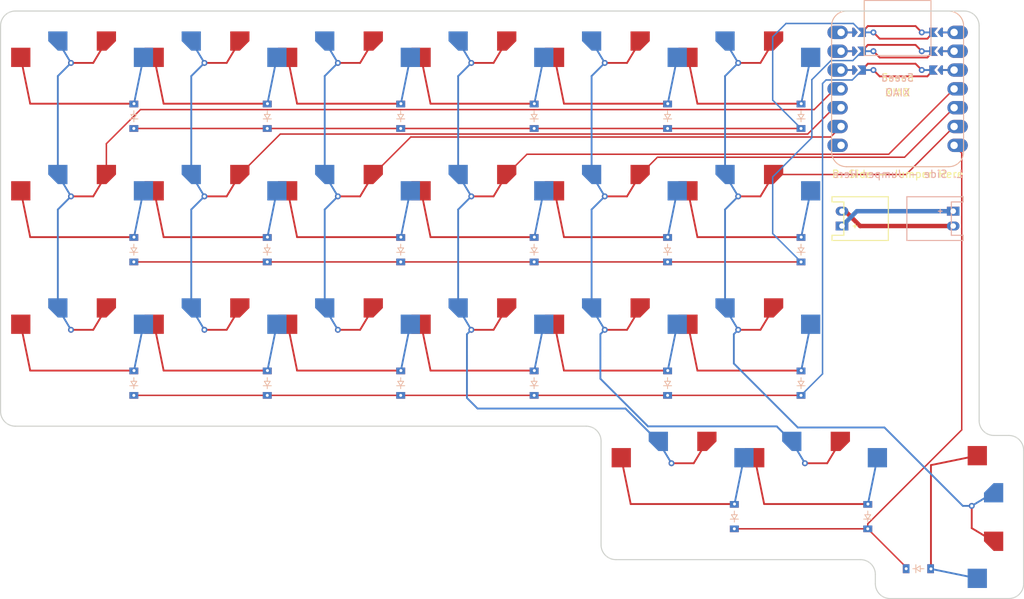
<source format=kicad_pcb>
(kicad_pcb (version 20221018) (generator pcbnew)
  (title_block (title "boardPcb") (rev "v1.0.0") (company "Unknown"))
  (layers (0 "F.Cu" signal) (31 "B.Cu" signal) (34 "B.Paste" user) (35 "F.Paste" user) (36 "B.SilkS" user "B.Silkscreen") (37 "F.SilkS" user "F.Silkscreen") (38 "B.Mask" user) (39 "F.Mask" user) (44 "Edge.Cuts" user))
  (net 0 "")
  (net 1 "P3")
  (net 2 "outer_bottom")
  (net 3 "outer_home")
  (net 4 "outer_top")
  (net 5 "P4")
  (net 6 "pinky_bottom")
  (net 7 "pinky_home")
  (net 8 "pinky_top")
  (net 9 "P5")
  (net 10 "ring_bottom")
  (net 11 "ring_home")
  (net 12 "ring_top")
  (net 13 "P10")
  (net 14 "middle_bottom")
  (net 15 "middle_home")
  (net 16 "middle_top")
  (net 17 "P9")
  (net 18 "index_bottom")
  (net 19 "index_home")
  (net 20 "index_top")
  (net 21 "P8")
  (net 22 "inner_bottom")
  (net 23 "inner_home")
  (net 24 "inner_top")
  (net 25 "near_thumb")
  (net 26 "home_thumb")
  (net 27 "far_thumb")
  (net 28 "P2")
  (net 29 "P1")
  (net 30 "P0")
  (net 31 "P7")
  (net 32 "P6")
  (net 33 "VCC")
  (net 34 "GND")
  (net 35 "V3")
  (net 36 "_1_0")
  (net 37 "_1_13")
  (net 38 "_1_1")
  (net 39 "_1_12")
  (net 40 "_1_2")
  (net 41 "_1_11")
  (net 42 "BPOS")
  (net 43 "BNEG")
  (footprint "ComboDiode" (layer "F.Cu") (at 60.975552 4.193342 90)
    (fp_text reference "D10" hide)
    (fp_text value "" hide)
  )
  (footprint "PG1350" (layer "F.Cu") (at 90 -36)
    (fp_text reference "S18" hide)
    (fp_text value "" hide)
  )
  (footprint "PG1350" (layer "F.Cu") (at 36 0)
    (fp_text reference "S7" hide)
    (fp_text value "" hide)
  )
  (footprint "ComboDiode" (layer "F.Cu") (at 42.975552 4.193342 90)
    (fp_text reference "D7" hide)
    (fp_text value "" hide)
  )
  (footprint "ComboDiode" (layer "F.Cu") (at 96.975552 4.193342 90)
    (fp_text reference "D16" hide)
    (fp_text value "" hide)
  )
  (footprint "PG1350" (layer "F.Cu") (at 54 0)
    (fp_text reference "S10" hide)
    (fp_text value "" hide)
  )
  (footprint "ComboDiode" (layer "F.Cu") (at 6.975552 -31.806658 90)
    (fp_text reference "D3" hide)
    (fp_text value "" hide)
  )
  (footprint "PG1350" (layer "F.Cu") (at 72 -36)
    (fp_text reference "S15" hide)
    (fp_text value "" hide)
  )
  (footprint "PG1350" (layer "F.Cu") (at 18 -18)
    (fp_text reference "S5" hide)
    (fp_text value "" hide)
  )
  (footprint "ComboDiode" (layer "F.Cu") (at 78.975552 -13.806658 90)
    (fp_text reference "D14" hide)
    (fp_text value "" hide)
  )
  (footprint "PG1350" (layer "F.Cu") (at 117 22.25 -90)
    (fp_text reference "S21" hide)
    (fp_text value "" hide)
  )
  (footprint "ComboDiode" (layer "F.Cu") (at 24.975552 -31.806658 90)
    (fp_text reference "D6" hide)
    (fp_text value "" hide)
  )
  (footprint "ComboDiode" (layer "F.Cu") (at 6.975552 4.193342 90)
    (fp_text reference "D1" hide)
    (fp_text value "" hide)
  )
  (footprint "PG1350" (layer "F.Cu") (at 0 0)
    (fp_text reference "S1" hide)
    (fp_text value "" hide)
  )
  (footprint "PG1350" (layer "F.Cu") (at 18 -36)
    (fp_text reference "S6" hide)
    (fp_text value "" hide)
  )
  (footprint "PG1350" (layer "F.Cu") (at 0 -36)
    (fp_text reference "S3" hide)
    (fp_text value "" hide)
  )
  (footprint "ComboDiode" (layer "F.Cu") (at 96.975552 -31.806658 90)
    (fp_text reference "D18" hide)
    (fp_text value "" hide)
  )
  (footprint "ComboDiode" (layer "F.Cu") (at 60.975552 -31.806658 90)
    (fp_text reference "D12" hide)
    (fp_text value "" hide)
  )
  (footprint "PG1350" (layer "F.Cu") (at 90 -18)
    (fp_text reference "S17" hide)
    (fp_text value "" hide)
  )
  (footprint "ComboDiode" (layer "F.Cu") (at 60.975552 -13.806658 90)
    (fp_text reference "D11" hide)
    (fp_text value "" hide)
  )
  (footprint "PG1350" (layer "F.Cu") (at 0 -18)
    (fp_text reference "S2" hide)
    (fp_text value "" hide)
  )
  (footprint "JST_PH_S2B-PH-K_02x2.00mm_Angled" (layer "F.Cu") (at 102.5 -18 90)
    (fp_text reference "JST1" hide)
    (fp_text value "" hide)
  )
  (footprint "ComboDiode" (layer "F.Cu") (at 78.975552 -31.806658 90)
    (fp_text reference "D15" hide)
    (fp_text value "" hide)
  )
  (footprint "PG1350" (layer "F.Cu") (at 72 0)
    (fp_text reference "S13" hide)
    (fp_text value "" hide)
  )
  (footprint "PG1350" (layer "F.Cu") (at 90 0)
    (fp_text reference "S16" hide)
    (fp_text value "" hide)
  )
  (footprint "ComboDiode" (layer "F.Cu") (at 24.975552 -13.806658 90)
    (fp_text reference "D5" hide)
    (fp_text value "" hide)
  )
  (footprint "ComboDiode" (layer "F.Cu") (at 42.975552 -13.806658 90)
    (fp_text reference "D8" hide)
    (fp_text value "" hide)
  )
  (footprint "PG1350" (layer "F.Cu") (at 81 18)
    (fp_text reference "S19" hide)
    (fp_text value "" hide)
  )
  (footprint "ComboDiode" (layer "F.Cu") (at 24.975552 4.193342 90)
    (fp_text reference "D4" hide)
    (fp_text value "" hide)
  )
  (footprint "PG1350" (layer "F.Cu") (at 54 -18)
    (fp_text reference "S11" hide)
    (fp_text value "" hide)
  )
  (footprint "PG1350" (layer "F.Cu") (at 54 -36)
    (fp_text reference "S12" hide)
    (fp_text value "" hide)
  )
  (footprint "PG1350" (layer "F.Cu") (at 36 -18)
    (fp_text reference "S8" hide)
    (fp_text value "" hide)
  )
  (footprint "ComboDiode" (layer "F.Cu") (at 105.975552 22.193342 90)
    (fp_text reference "D20" hide)
    (fp_text value "" hide)
  )
  (footprint "PG1350" (layer "F.Cu") (at 36 -36)
    (fp_text reference "S9" hide)
    (fp_text value "" hide)
  )
  (footprint "PG1350" (layer "F.Cu") (at 72 -18)
    (fp_text reference "S14" hide)
    (fp_text value "" hide)
  )
  (footprint "ComboDiode" (layer "F.Cu") (at 42.975552 -31.806658 90)
    (fp_text reference "D9" hide)
    (fp_text value "" hide)
  )
  (footprint "ComboDiode" (layer "F.Cu") (at 96.975552 -13.806658 90)
    (fp_text reference "D17" hide)
    (fp_text value "" hide)
  )
  (footprint "ComboDiode" (layer "F.Cu") (at 6.975552 -13.806658 90)
    (fp_text reference "D2" hide)
    (fp_text value "" hide)
  )
  (footprint "ComboDiode" (layer "F.Cu") (at 87.975552 22.193342 90)
    (fp_text reference "D19" hide)
    (fp_text value "" hide)
  )
  (footprint "PG1350" (layer "F.Cu") (at 99 18)
    (fp_text reference "S20" hide)
    (fp_text value "" hide)
  )
  (footprint "JST_PH_S2B-PH-K_02x2.00mm_Angled" (layer "F.Cu") (at 117.5 -18 -90)
    (fp_text reference "JST2" hide)
    (fp_text value "" hide)
  )
  (footprint "ComboDiode" (layer "F.Cu") (at 78.975552 4.193342 90)
    (fp_text reference "D13" hide)
    (fp_text value "" hide)
  )
  (footprint "xiao-ble-tht" (layer "F.Cu") (at 110 -35.5)
    (fp_text reference "")
    (fp_text value "")
  )
  (footprint "PG1350" (layer "F.Cu") (at 18 0)
    (fp_text reference "S4" hide)
    (fp_text value "" hide)
  )
  (footprint "ComboDiode" (layer "F.Cu") (at 112.806658 29.225552)
    (fp_text reference "D21" hide)
    (fp_text value "" hide)
  )
  (gr_line (start -11 8) (end -11 -44) (stroke (width 0.15)) (layer "Edge.Cuts"))
  (gr_arc (start 105 28) (mid 106.414214 28.585786) (end 107 30) (stroke (width 0.15)) (layer "Edge.Cuts"))
  (gr_line (start 127 13.25) (end 127 31.25) (stroke (width 0.15)) (layer "Edge.Cuts"))
  (gr_arc (start 119 -46) (mid 120.414214 -45.414214) (end 121 -44) (stroke (width 0.15)) (layer "Edge.Cuts"))
  (gr_arc (start 68 10) (mid 69.414214 10.585786) (end 70 12) (stroke (width 0.15)) (layer "Edge.Cuts"))
  (gr_line (start 68 10) (end -9 10) (stroke (width 0.15)) (layer "Edge.Cuts"))
  (gr_line (start 70 26) (end 70 12) (stroke (width 0.15)) (layer "Edge.Cuts"))
  (gr_arc (start 109 33.25) (mid 107.585786 32.664214) (end 107 31.25) (stroke (width 0.15)) (layer "Edge.Cuts"))
  (gr_arc (start -11 -44) (mid -10.414214 -45.414214) (end -9 -46) (stroke (width 0.15)) (layer "Edge.Cuts"))
  (gr_line (start 125 33.25) (end 109 33.25) (stroke (width 0.15)) (layer "Edge.Cuts"))
  (gr_line (start 123 11.25) (end 125 11.25) (stroke (width 0.15)) (layer "Edge.Cuts"))
  (gr_line (start 107 31.25) (end 107 30) (stroke (width 0.15)) (layer "Edge.Cuts"))
  (gr_arc (start 72 28) (mid 70.585786 27.414214) (end 70 26) (stroke (width 0.15)) (layer "Edge.Cuts"))
  (gr_line (start 121 -44) (end 121 9.25) (stroke (width 0.15)) (layer "Edge.Cuts"))
  (gr_arc (start -9 10) (mid -10.414214 9.414214) (end -11 8) (stroke (width 0.15)) (layer "Edge.Cuts"))
  (gr_line (start 105 28) (end 72 28) (stroke (width 0.15)) (layer "Edge.Cuts"))
  (gr_arc (start 127 31.25) (mid 126.414214 32.664214) (end 125 33.25) (stroke (width 0.15)) (layer "Edge.Cuts"))
  (gr_arc (start 125 11.25) (mid 126.414214 11.835786) (end 127 13.25) (stroke (width 0.15)) (layer "Edge.Cuts"))
  (gr_arc (start 123 11.25) (mid 121.585786 10.664214) (end 121 9.25) (stroke (width 0.15)) (layer "Edge.Cuts"))
  (gr_line (start -9 -46) (end 119 -46) (stroke (width 0.15)) (layer "Edge.Cuts"))
  (segment (start 3.27 -23.95) (end 1.5 -21) (width 0.25) (layer "F.Cu") (net 1))
  (segment (start 101.54 -35.5) (end 102.38 -35.5) (width 0.2) (layer "F.Cu") (net 1))
  (segment (start 7.875552 -32.706658) (end 98.746658 -32.706658) (width 0.2) (layer "F.Cu") (net 1))
  (segment (start 1.5 -39) (end -1.5 -39) (width 0.25) (layer "F.Cu") (net 1))
  (segment (start 98.746658 -32.706658) (end 101.54 -35.5) (width 0.2) (layer "F.Cu") (net 1))
  (segment (start 3.27 -5.95) (end 1.5 -3) (width 0.25) (layer "F.Cu") (net 1))
  (segment (start 3.27 -41.95) (end 1.5 -39) (width 0.25) (layer "F.Cu") (net 1))
  (segment (start 1.5 -21) (end -1.5 -21) (width 0.25) (layer "F.Cu") (net 1))
  (segment (start 1.5 -3) (end -1.5 -3) (width 0.25) (layer "F.Cu") (net 1))
  (segment (start 3.275 -28.106106) (end 7.875552 -32.706658) (width 0.2) (layer "F.Cu") (net 1))
  (segment (start 3.275 -23.95) (end 3.275 -28.106106) (width 0.2) (layer "F.Cu") (net 1))
  (segment (start -3.27 -41.95) (end -1.5 -39) (width 0.25) (layer "B.Cu") (net 1))
  (segment (start -1.5 -39) (end -3.275 -37.225) (width 0.25) (layer "B.Cu") (net 1))
  (segment (start -3.275 -37.225) (end -3.275 -23.95) (width 0.25) (layer "B.Cu") (net 1))
  (segment (start -1.5 -21) (end -3.275 -19.225) (width 0.25) (layer "B.Cu") (net 1))
  (segment (start -3.275 -19.225) (end -3.275 -5.95) (width 0.25) (layer "B.Cu") (net 1))
  (segment (start -3.27 -5.95) (end -1.5 -3) (width 0.25) (layer "B.Cu") (net 1))
  (segment (start -3.27 -23.95) (end -1.5 -21) (width 0.25) (layer "B.Cu") (net 1))
  (segment (start 7 2.5) (end -7 2.5) (width 0.25) (layer "F.Cu") (net 2))
  (segment (start -8.28 -3.75) (end -7 2.5) (width 0.25) (layer "F.Cu") (net 2))
  (segment (start 8.28 -3.75) (end 7 2.5) (width 0.25) (layer "B.Cu") (net 2))
  (segment (start -8.28 -21.75) (end -7 -15.5) (width 0.25) (layer "F.Cu") (net 3))
  (segment (start 7 -15.5) (end -7 -15.5) (width 0.25) (layer "F.Cu") (net 3))
  (segment (start 8.28 -21.75) (end 7 -15.5) (width 0.25) (layer "B.Cu") (net 3))
  (segment (start -8.28 -39.75) (end -7 -33.5) (width 0.25) (layer "F.Cu") (net 4))
  (segment (start 7 -33.5) (end -7 -33.5) (width 0.25) (layer "F.Cu") (net 4))
  (segment (start 8.28 -39.75) (end 7 -33.5) (width 0.25) (layer "B.Cu") (net 4))
  (segment (start 26.731658 -29.406658) (end 97.875552 -29.406658) (width 0.2) (layer "F.Cu") (net 5))
  (segment (start 21.27 -5.95) (end 19.5 -3) (width 0.25) (layer "F.Cu") (net 5))
  (segment (start 19.5 -39) (end 16.5 -39) (width 0.25) (layer "F.Cu") (net 5))
  (segment (start 97.875552 -29.406658) (end 101.428894 -32.96) (width 0.2) (layer "F.Cu") (net 5))
  (segment (start 21.275 -23.95) (end 26.731658 -29.406658) (width 0.2) (layer "F.Cu") (net 5))
  (segment (start 19.5 -21) (end 16.5 -21) (width 0.25) (layer "F.Cu") (net 5))
  (segment (start 21.27 -41.95) (end 19.5 -39) (width 0.25) (layer "F.Cu") (net 5))
  (segment (start 21.27 -23.95) (end 19.5 -21) (width 0.25) (layer "F.Cu") (net 5))
  (segment (start 19.5 -3) (end 16.5 -3) (width 0.25) (layer "F.Cu") (net 5))
  (segment (start 101.428894 -32.96) (end 102.38 -32.96) (width 0.2) (layer "F.Cu") (net 5))
  (segment (start 14.725 -19.225) (end 14.725 -5.95) (width 0.25) (layer "B.Cu") (net 5))
  (segment (start 16.5 -21) (end 14.725 -19.225) (width 0.25) (layer "B.Cu") (net 5))
  (segment (start 14.72 -41.95) (end 16.5 -39) (width 0.25) (layer "B.Cu") (net 5))
  (segment (start 16.5 -39) (end 14.725 -37.225) (width 0.25) (layer "B.Cu") (net 5))
  (segment (start 14.72 -5.95) (end 16.5 -3) (width 0.25) (layer "B.Cu") (net 5))
  (segment (start 14.725 -37.225) (end 14.725 -23.95) (width 0.25) (layer "B.Cu") (net 5))
  (segment (start 14.72 -23.95) (end 16.5 -21) (width 0.25) (layer "B.Cu") (net 5))
  (segment (start 9.72 -3.75) (end 11 2.5) (width 0.25) (layer "F.Cu") (net 6))
  (segment (start 25 2.5) (end 11 2.5) (width 0.25) (layer "F.Cu") (net 6))
  (segment (start 26.27 -3.75) (end 25 2.5) (width 0.25) (layer "B.Cu") (net 6))
  (segment (start 9.72 -21.75) (end 11 -15.5) (width 0.25) (layer "F.Cu") (net 7))
  (segment (start 25 -15.5) (end 11 -15.5) (width 0.25) (layer "F.Cu") (net 7))
  (segment (start 26.27 -21.75) (end 25 -15.5) (width 0.25) (layer "B.Cu") (net 7))
  (segment (start 9.72 -39.75) (end 11 -33.5) (width 0.25) (layer "F.Cu") (net 8))
  (segment (start 25 -33.5) (end 11 -33.5) (width 0.25) (layer "F.Cu") (net 8))
  (segment (start 26.27 -39.75) (end 25 -33.5) (width 0.25) (layer "B.Cu") (net 8))
  (segment (start 100.966658 -29.006658) (end 102.38 -30.42) (width 0.2) (layer "F.Cu") (net 9))
  (segment (start 39.27 -5.95) (end 37.5 -3) (width 0.25) (layer "F.Cu") (net 9))
  (segment (start 44.331658 -29.006658) (end 100.966658 -29.006658) (width 0.2) (layer "F.Cu") (net 9))
  (segment (start 37.5 -21) (end 34.5 -21) (width 0.25) (layer "F.Cu") (net 9))
  (segment (start 39.27 -23.95) (end 37.5 -21) (width 0.25) (layer "F.Cu") (net 9))
  (segment (start 39.27 -41.95) (end 37.5 -39) (width 0.25) (layer "F.Cu") (net 9))
  (segment (start 37.5 -3) (end 34.5 -3) (width 0.25) (layer "F.Cu") (net 9))
  (segment (start 39.275 -23.95) (end 44.331658 -29.006658) (width 0.2) (layer "F.Cu") (net 9))
  (segment (start 37.5 -39) (end 34.5 -39) (width 0.25) (layer "F.Cu") (net 9))
  (segment (start 32.73 -5.95) (end 34.5 -3) (width 0.25) (layer "B.Cu") (net 9))
  (segment (start 32.725 -37.225) (end 32.725 -23.95) (width 0.25) (layer "B.Cu") (net 9))
  (segment (start 32.73 -41.95) (end 34.5 -39) (width 0.25) (layer "B.Cu") (net 9))
  (segment (start 32.725 -19.225) (end 32.725 -5.95) (width 0.25) (layer "B.Cu") (net 9))
  (segment (start 32.73 -23.95) (end 34.5 -21) (width 0.25) (layer "B.Cu") (net 9))
  (segment (start 34.5 -39) (end 32.725 -37.225) (width 0.25) (layer "B.Cu") (net 9))
  (segment (start 34.5 -21) (end 32.725 -19.225) (width 0.25) (layer "B.Cu") (net 9))
  (segment (start 43 2.5) (end 29 2.5) (width 0.25) (layer "F.Cu") (net 10))
  (segment (start 27.73 -3.75) (end 29 2.5) (width 0.25) (layer "F.Cu") (net 10))
  (segment (start 44.27 -3.75) (end 43 2.5) (width 0.25) (layer "B.Cu") (net 10))
  (segment (start 43 -15.5) (end 29 -15.5) (width 0.25) (layer "F.Cu") (net 11))
  (segment (start 27.73 -21.75) (end 29 -15.5) (width 0.25) (layer "F.Cu") (net 11))
  (segment (start 44.27 -21.75) (end 43 -15.5) (width 0.25) (layer "B.Cu") (net 11))
  (segment (start 27.73 -39.75) (end 29 -33.5) (width 0.25) (layer "F.Cu") (net 12))
  (segment (start 43 -33.5) (end 29 -33.5) (width 0.25) (layer "F.Cu") (net 12))
  (segment (start 44.27 -39.75) (end 43 -33.5) (width 0.25) (layer "B.Cu") (net 12))
  (segment (start 82.5 15) (end 79.5 15) (width 0.25) (layer "F.Cu") (net 13))
  (segment (start 57.27 -5.95) (end 55.5 -3) (width 0.25) (layer "F.Cu") (net 13))
  (segment (start 55.5 -21) (end 52.5 -21) (width 0.25) (layer "F.Cu") (net 13))
  (segment (start 84.28 12.05) (end 82.5 15) (width 0.25) (layer "F.Cu") (net 13))
  (segment (start 57.27 -23.95) (end 55.5 -21) (width 0.25) (layer "F.Cu") (net 13))
  (segment (start 60.005 -26.68) (end 57.275 -23.95) (width 0.2) (layer "F.Cu") (net 13))
  (segment (start 117.62 -35.5) (end 108.8 -26.68) (width 0.2) (layer "F.Cu") (net 13))
  (segment (start 55.5 -3) (end 52.5 -3) (width 0.25) (layer "F.Cu") (net 13))
  (segment (start 57.27 -41.95) (end 55.5 -39) (width 0.25) (layer "F.Cu") (net 13))
  (segment (start 108.8 -26.68) (end 60.005 -26.68) (width 0.2) (layer "F.Cu") (net 13))
  (segment (start 55.5 -39) (end 52.5 -39) (width 0.25) (layer "F.Cu") (net 13))
  (segment (start 50.73 -41.95) (end 52.5 -39) (width 0.25) (layer "B.Cu") (net 13))
  (segment (start 50.725 -19.225) (end 50.725 -5.95) (width 0.25) (layer "B.Cu") (net 13))
  (segment (start 50.725 -37.225) (end 50.725 -23.95) (width 0.25) (layer "B.Cu") (net 13))
  (segment (start 51.9105 -2.4105) (end 51.9105 6.1905) (width 0.25) (layer "B.Cu") (net 13))
  (segment (start 50.73 -23.95) (end 52.5 -21) (width 0.25) (layer "B.Cu") (net 13))
  (segment (start 73.295 7.62) (end 77.725 12.05) (width 0.25) (layer "B.Cu") (net 13))
  (segment (start 77.72 12.05) (end 79.5 15) (width 0.25) (layer "B.Cu") (net 13))
  (segment (start 53.34 7.62) (end 73.295 7.62) (width 0.25) (layer "B.Cu") (net 13))
  (segment (start 52.5 -3) (end 51.9105 -2.4105) (width 0.25) (layer "B.Cu") (net 13))
  (segment (start 51.9105 6.1905) (end 53.34 7.62) (width 0.25) (layer "B.Cu") (net 13))
  (segment (start 52.5 -21) (end 50.725 -19.225) (width 0.25) (layer "B.Cu") (net 13))
  (segment (start 50.73 -5.95) (end 52.5 -3) (width 0.25) (layer "B.Cu") (net 13))
  (segment (start 52.5 -39) (end 50.725 -37.225) (width 0.25) (layer "B.Cu") (net 13))
  (segment (start 45.73 -3.75) (end 47 2.5) (width 0.25) (layer "F.Cu") (net 14))
  (segment (start 61 2.5) (end 47 2.5) (width 0.25) (layer "F.Cu") (net 14))
  (segment (start 62.27 -3.75) (end 61 2.5) (width 0.25) (layer "B.Cu") (net 14))
  (segment (start 45.73 -21.75) (end 47 -15.5) (width 0.25) (layer "F.Cu") (net 15))
  (segment (start 61 -15.5) (end 47 -15.5) (width 0.25) (layer "F.Cu") (net 15))
  (segment (start 62.27 -21.75) (end 61 -15.5) (width 0.25) (layer "B.Cu") (net 15))
  (segment (start 61 -33.5) (end 47 -33.5) (width 0.25) (layer "F.Cu") (net 16))
  (segment (start 45.73 -39.75) (end 47 -33.5) (width 0.25) (layer "F.Cu") (net 16))
  (segment (start 62.27 -39.75) (end 61 -33.5) (width 0.25) (layer "B.Cu") (net 16))
  (segment (start 73.5 -21) (end 70.5 -21) (width 0.25) (layer "F.Cu") (net 17))
  (segment (start 77.605 -26.28) (end 75.275 -23.95) (width 0.2) (layer "F.Cu") (net 17))
  (segment (start 75.28 -41.95) (end 73.5 -39) (width 0.25) (layer "F.Cu") (net 17))
  (segment (start 102.28 12.05) (end 100.5 15) (width 0.25) (layer "F.Cu") (net 17))
  (segment (start 100.5 15) (end 97.5 15) (width 0.25) (layer "F.Cu") (net 17))
  (segment (start 110.94 -26.28) (end 77.605 -26.28) (width 0.2) (layer "F.Cu") (net 17))
  (segment (start 73.5 -3) (end 70.5 -3) (width 0.25) (layer "F.Cu") (net 17))
  (segment (start 73.5 -39) (end 70.5 -39) (width 0.25) (layer "F.Cu") (net 17))
  (segment (start 75.28 -5.95) (end 73.5 -3) (width 0.25) (layer "F.Cu") (net 17))
  (segment (start 75.28 -23.95) (end 73.5 -21) (width 0.25) (layer "F.Cu") (net 17))
  (segment (start 117.62 -32.96) (end 110.94 -26.28) (width 0.2) (layer "F.Cu") (net 17))
  (segment (start 70.5 -3) (end 69.9105 -2.4105) (width 0.25) (layer "B.Cu") (net 17))
  (segment (start 69.9105 -2.4105) (end 69.9105 3.599104) (width 0.25) (layer "B.Cu") (net 17))
  (segment (start 70.5 -21) (end 68.725 -19.225) (width 0.25) (layer "B.Cu") (net 17))
  (segment (start 68.72 -23.95) (end 70.5 -21) (width 0.25) (layer "B.Cu") (net 17))
  (segment (start 69.9105 3.599104) (end 76.335698 10.024302) (width 0.25) (layer "B.Cu") (net 17))
  (segment (start 70.5 -39) (end 68.725 -37.225) (width 0.25) (layer "B.Cu") (net 17))
  (segment (start 76.335698 10.024302) (end 93.699302 10.024302) (width 0.25) (layer "B.Cu") (net 17))
  (segment (start 68.72 -5.95) (end 70.5 -3) (width 0.25) (layer "B.Cu") (net 17))
  (segment (start 68.725 -37.225) (end 68.725 -23.95) (width 0.25) (layer "B.Cu") (net 17))
  (segment (start 95.72 12.05) (end 97.5 15) (width 0.25) (layer "B.Cu") (net 17))
  (segment (start 68.725 -19.225) (end 68.725 -5.95) (width 0.25) (layer "B.Cu") (net 17))
  (segment (start 68.72 -41.95) (end 70.5 -39) (width 0.25) (layer "B.Cu") (net 17))
  (segment (start 93.699302 10.024302) (end 95.725 12.05) (width 0.25) (layer "B.Cu") (net 17))
  (segment (start 63.73 -3.75) (end 65 2.5) (width 0.25) (layer "F.Cu") (net 18))
  (segment (start 79 2.5) (end 65 2.5) (width 0.25) (layer "F.Cu") (net 18))
  (segment (start 80.28 -3.75) (end 79 2.5) (width 0.25) (layer "B.Cu") (net 18))
  (segment (start 63.73 -21.75) (end 65 -15.5) (width 0.25) (layer "F.Cu") (net 19))
  (segment (start 79 -15.5) (end 65 -15.5) (width 0.25) (layer "F.Cu") (net 19))
  (segment (start 80.28 -21.75) (end 79 -15.5) (width 0.25) (layer "B.Cu") (net 19))
  (segment (start 63.73 -39.75) (end 65 -33.5) (width 0.25) (layer "F.Cu") (net 20))
  (segment (start 79 -33.5) (end 65 -33.5) (width 0.25) (layer "F.Cu") (net 20))
  (segment (start 80.28 -39.75) (end 79 -33.5) (width 0.25) (layer "B.Cu") (net 20))
  (segment (start 120 23.75) (end 120 20.75) (width 0.25) (layer "F.Cu") (net 21))
  (segment (start 93.28 -5.95) (end 91.5 -3) (width 0.25) (layer "F.Cu") (net 21))
  (segment (start 93.28 -41.95) (end 91.5 -39) (width 0.25) (layer "F.Cu") (net 21))
  (segment (start 122.95 25.53) (end 120 23.75) (width 0.25) (layer "F.Cu") (net 21))
  (segment (start 93.28 -23.95) (end 91.5 -21) (width 0.25) (layer "F.Cu") (net 21))
  (segment (start 91.5 -21) (end 88.5 -21) (width 0.25) (layer "F.Cu") (net 21))
  (segment (start 111.15 -23.95) (end 93.275 -23.95) (width 0.2) (layer "F.Cu") (net 21))
  (segment (start 91.5 -3) (end 88.5 -3) (width 0.25) (layer "F.Cu") (net 21))
  (segment (start 91.5 -39) (end 88.5 -39) (width 0.25) (layer "F.Cu") (net 21))
  (segment (start 117.62 -30.42) (end 111.15 -23.95) (width 0.2) (layer "F.Cu") (net 21))
  (segment (start 86.72 -5.95) (end 88.5 -3) (width 0.25) (layer "B.Cu") (net 21))
  (segment (start 86.72 -23.95) (end 88.5 -21) (width 0.25) (layer "B.Cu") (net 21))
  (segment (start 88.5 -39) (end 86.725 -37.225) (width 0.25) (layer "B.Cu") (net 21))
  (segment (start 108.22335 10.175) (end 118.79835 20.75) (width 0.25) (layer "B.Cu") (net 21))
  (segment (start 96.535 10.175) (end 108.22335 10.175) (width 0.25) (layer "B.Cu") (net 21))
  (segment (start 87.9105 -2.4105) (end 87.9105 1.5505) (width 0.25) (layer "B.Cu") (net 21))
  (segment (start 88.5 -3) (end 87.9105 -2.4105) (width 0.25) (layer "B.Cu") (net 21))
  (segment (start 118.79835 20.75) (end 120 20.75) (width 0.25) (layer "B.Cu") (net 21))
  (segment (start 86.725 -19.225) (end 86.725 -5.95) (width 0.25) (layer "B.Cu") (net 21))
  (segment (start 122.95 18.97) (end 120 20.75) (width 0.25) (layer "B.Cu") (net 21))
  (segment (start 87.9105 1.5505) (end 96.535 10.175) (width 0.25) (layer "B.Cu") (net 21))
  (segment (start 86.72 -41.95) (end 88.5 -39) (width 0.25) (layer "B.Cu") (net 21))
  (segment (start 86.725 -37.225) (end 86.725 -23.95) (width 0.25) (layer "B.Cu") (net 21))
  (segment (start 88.5 -21) (end 86.725 -19.225) (width 0.25) (layer "B.Cu") (net 21))
  (segment (start 81.72 -3.75) (end 83 2.5) (width 0.25) (layer "F.Cu") (net 22))
  (segment (start 97 2.5) (end 83 2.5) (width 0.25) (layer "F.Cu") (net 22))
  (segment (start 98.28 -3.75) (end 97 2.5) (width 0.25) (layer "B.Cu") (net 22))
  (segment (start 81.72 -21.75) (end 83 -15.5) (width 0.25) (layer "F.Cu") (net 23))
  (segment (start 97 -15.5) (end 83 -15.5) (width 0.25) (layer "F.Cu") (net 23))
  (segment (start 98.28 -21.75) (end 97 -15.5) (width 0.25) (layer "B.Cu") (net 23))
  (segment (start 81.72 -39.75) (end 83 -33.5) (width 0.25) (layer "F.Cu") (net 24))
  (segment (start 97 -33.5) (end 83 -33.5) (width 0.25) (layer "F.Cu") (net 24))
  (segment (start 98.28 -39.75) (end 97 -33.5) (width 0.25) (layer "B.Cu") (net 24))
  (segment (start 88 20.5) (end 74 20.5) (width 0.25) (layer "F.Cu") (net 25))
  (segment (start 72.72 14.25) (end 74 20.5) (width 0.25) (layer "F.Cu") (net 25))
  (segment (start 89.28 14.25) (end 88 20.5) (width 0.25) (layer "B.Cu") (net 25))
  (segment (start 106 20.5) (end 92 20.5) (width 0.25) (layer "F.Cu") (net 26))
  (segment (start 90.72 14.25) (end 92 20.5) (width 0.25) (layer "F.Cu") (net 26))
  (segment (start 107.28 14.25) (end 106 20.5) (width 0.25) (layer "B.Cu") (net 26))
  (segment (start 120.75 13.97) (end 114.5 15.25) (width 0.25) (layer "F.Cu") (net 27))
  (segment (start 114.5 29.25) (end 114.5 15.25) (width 0.25) (layer "F.Cu") (net 27))
  (segment (start 120.75 30.53) (end 114.5 29.25) (width 0.25) (layer "B.Cu") (net 27))
  (segment (start 42.975552 5.843342) (end 60.975552 5.843342) (width 0.2) (layer "F.Cu") (net 28))
  (segment (start 114.78 -38.04) (end 114.02 -37.19) (width 0.25) (layer "F.Cu") (net 28))
  (segment (start 60.975552 5.843342) (end 78.975552 5.843342) (width 0.2) (layer "F.Cu") (net 28))
  (segment (start 114.02 -37.19) (end 107.58 -37.19) (width 0.25) (layer "F.Cu") (net 28))
  (segment (start 107.58 -37.19) (end 106.74 -38.04) (width 0.25) (layer "F.Cu") (net 28))
  (segment (start 78.975552 5.843342) (end 96.975552 5.843342) (width 0.2) (layer "F.Cu") (net 28))
  (segment (start 6.975552 5.843342) (end 24.975552 5.843342) (width 0.2) (layer "F.Cu") (net 28))
  (segment (start 24.975552 5.843342) (end 42.975552 5.843342) (width 0.2) (layer "F.Cu") (net 28))
  (segment (start 105.225 -38.04) (end 103.885 -36.7) (width 0.2) (layer "B.Cu") (net 28))
  (segment (start 99.875 -36.223004) (end 99.875 2.943894) (width 0.2) (layer "B.Cu") (net 28))
  (segment (start 100.351996 -36.7) (end 99.875 -36.223004) (width 0.2) (layer "B.Cu") (net 28))
  (segment (start 103.885 -36.7) (end 100.351996 -36.7) (width 0.2) (layer "B.Cu") (net 28))
  (segment (start 99.875 2.943894) (end 96.975552 5.843342) (width 0.2) (layer "B.Cu") (net 28))
  (segment (start 105.22 -38.04) (end 106.74 -38.04) (width 0.25) (layer "B.Cu") (net 28))
  (segment (start 60.975552 -12.156658) (end 78.975552 -12.156658) (width 0.2) (layer "F.Cu") (net 29))
  (segment (start 114.78 -40.58) (end 114.02 -39.73) (width 0.25) (layer "F.Cu") (net 29))
  (segment (start 6.975552 -12.156658) (end 24.975552 -12.156658) (width 0.2) (layer "F.Cu") (net 29))
  (segment (start 107.58 -39.73) (end 106.74 -40.58) (width 0.25) (layer "F.Cu") (net 29))
  (segment (start 42.975552 -12.156658) (end 60.975552 -12.156658) (width 0.2) (layer "F.Cu") (net 29))
  (segment (start 78.975552 -12.156658) (end 96.975552 -12.156658) (width 0.2) (layer "F.Cu") (net 29))
  (segment (start 24.975552 -12.156658) (end 42.975552 -12.156658) (width 0.2) (layer "F.Cu") (net 29))
  (segment (start 114.02 -39.73) (end 107.58 -39.73) (width 0.25) (layer "F.Cu") (net 29))
  (segment (start 98.434492 -36.741548) (end 101.011301 -39.318357) (width 0.2) (layer "B.Cu") (net 29))
  (segment (start 101.011301 -39.318357) (end 103.963357 -39.318357) (width 0.2) (layer "B.Cu") (net 29))
  (segment (start 98.434492 -28.909493) (end 98.434492 -36.741548) (width 0.2) (layer "B.Cu") (net 29))
  (segment (start 93.15 -23.625001) (end 98.434492 -28.909493) (width 0.2) (layer "B.Cu") (net 29))
  (segment (start 93.15 -15.98221) (end 93.15 -23.625001) (width 0.2) (layer "B.Cu") (net 29))
  (segment (start 105.22 -40.58) (end 106.74 -40.58) (width 0.25) (layer "B.Cu") (net 29))
  (segment (start 96.975552 -12.156658) (end 93.15 -15.98221) (width 0.2) (layer "B.Cu") (net 29))
  (segment (start 103.963357 -39.318357) (end 105.225 -40.58) (width 0.2) (layer "B.Cu") (net 29))
  (segment (start 114.78 -43.12) (end 114.02 -42.27) (width 0.25) (layer "F.Cu") (net 30))
  (segment (start 6.975552 -30.156658) (end 24.975552 -30.156658) (width 0.2) (layer "F.Cu") (net 30))
  (segment (start 114.02 -42.27) (end 107.58 -42.27) (width 0.25) (layer "F.Cu") (net 30))
  (segment (start 78.975552 -30.156658) (end 60.975552 -30.156658) (width 0.2) (layer "F.Cu") (net 30))
  (segment (start 107.58 -42.27) (end 106.74 -43.12) (width 0.25) (layer "F.Cu") (net 30))
  (segment (start 78.975552 -30.156658) (end 96.975552 -30.156658) (width 0.2) (layer "F.Cu") (net 30))
  (segment (start 42.975552 -30.156658) (end 60.975552 -30.156658) (width 0.2) (layer "F.Cu") (net 30))
  (segment (start 24.975552 -30.156658) (end 42.975552 -30.156658) (width 0.2) (layer "F.Cu") (net 30))
  (segment (start 104.025 -44.32) (end 105.225 -43.12) (width 0.2) (layer "B.Cu") (net 30))
  (segment (start 93.15 -33.98221) (end 93.15 -42.520074) (width 0.2) (layer "B.Cu") (net 30))
  (segment (start 94.949926 -44.32) (end 104.025 -44.32) (width 0.2) (layer "B.Cu") (net 30))
  (segment (start 96.975552 -30.156658) (end 93.15 -33.98221) (width 0.2) (layer "B.Cu") (net 30))
  (segment (start 93.15 -42.520074) (end 94.949926 -44.32) (width 0.2) (layer "B.Cu") (net 30))
  (segment (start 105.22 -43.12) (end 106.74 -43.12) (width 0.25) (layer "B.Cu") (net 30))
  (segment (start 111.156658 29.024448) (end 111.156658 29.225552) (width 0.2) (layer "F.Cu") (net 31))
  (segment (start 87.975552 23.843342) (end 105.975552 23.843342) (width 0.2) (layer "F.Cu") (net 31))
  (segment (start 118.65 -26.85) (end 118.65 10.498959) (width 0.2) (layer "F.Cu") (net 31))
  (segment (start 117.62 -27.88) (end 118.65 -26.85) (width 0.2) (layer "F.Cu") (net 31))
  (segment (start 105.975552 23.173407) (end 105.975552 23.843342) (width 0.2) (layer "F.Cu") (net 31))
  (segment (start 118.65 10.498959) (end 105.975552 23.173407) (width 0.2) (layer "F.Cu") (net 31))
  (segment (start 105.975552 23.843342) (end 111.156658 29.024448) (width 0.2) (layer "F.Cu") (net 31))
  (segment (start 112.42 -43.97) (end 113.26 -43.12) (width 0.25) (layer "F.Cu") (net 33))
  (segment (start 105.98 -43.97) (end 112.42 -43.97) (width 0.25) (layer "F.Cu") (net 33))
  (segment (start 105.22 -43.12) (end 105.98 -43.97) (width 0.25) (layer "F.Cu") (net 33))
  (segment (start 114.78 -43.12) (end 113.26 -43.12) (width 0.25) (layer "B.Cu") (net 33))
  (segment (start 105.98 -41.43) (end 112.42 -41.43) (width 0.25) (layer "F.Cu") (net 34))
  (segment (start 105.22 -40.58) (end 105.98 -41.43) (width 0.25) (layer "F.Cu") (net 34))
  (segment (start 112.42 -41.43) (end 113.26 -40.58) (width 0.25) (layer "F.Cu") (net 34))
  (segment (start 114.78 -40.58) (end 113.26 -40.58) (width 0.25) (layer "B.Cu") (net 34))
  (segment (start 105.22 -38.04) (end 105.98 -38.89) (width 0.25) (layer "F.Cu") (net 35))
  (segment (start 105.98 -38.89) (end 112.42 -38.89) (width 0.25) (layer "F.Cu") (net 35))
  (segment (start 112.42 -38.89) (end 113.26 -38.04) (width 0.25) (layer "F.Cu") (net 35))
  (segment (start 114.78 -38.04) (end 113.26 -38.04) (width 0.25) (layer "B.Cu") (net 35))
  (segment (start 104.38 -43.12) (end 102.38 -43.12) (width 0.25) (layer "F.Cu") (net 36))
  (segment (start 104.38 -43.12) (end 102.38 -43.12) (width 0.25) (layer "B.Cu") (net 36))
  (segment (start 115.62 -43.12) (end 117.62 -43.12) (width 0.25) (layer "F.Cu") (net 37))
  (segment (start 115.62 -43.12) (end 117.62 -43.12) (width 0.25) (layer "B.Cu") (net 37))
  (segment (start 104.38 -40.58) (end 102.38 -40.58) (width 0.25) (layer "F.Cu") (net 38))
  (segment (start 104.38 -40.58) (end 102.38 -40.58) (width 0.25) (layer "B.Cu") (net 38))
  (segment (start 115.62 -40.58) (end 117.62 -40.58) (width 0.25) (layer "F.Cu") (net 39))
  (segment (start 115.62 -40.58) (end 117.62 -40.58) (width 0.25) (layer "B.Cu") (net 39))
  (segment (start 104.38 -38.04) (end 102.38 -38.04) (width 0.25) (layer "F.Cu") (net 40))
  (segment (start 104.38 -38.04) (end 102.38 -38.04) (width 0.25) (layer "B.Cu") (net 40))
  (segment (start 115.62 -38.04) (end 117.62 -38.04) (width 0.25) (layer "F.Cu") (net 41))
  (segment (start 115.62 -38.04) (end 117.62 -38.04) (width 0.25) (layer "B.Cu") (net 41))
  (segment (start 117.5 -19) (end 104.5 -19) (width 0.6) (layer "B.Cu") (net 42))
  (segment (start 104.5 -19) (end 102.5 -17) (width 0.6) (layer "B.Cu") (net 42))
  (segment (start 102.95 -19) (end 102.5 -19) (width 0.6) (layer "F.Cu") (net 43))
  (segment (start 104.95 -17) (end 102.95 -19) (width 0.6) (layer "F.Cu") (net 43))
  (segment (start 117.5 -17) (end 104.95 -17) (width 0.6) (layer "F.Cu") (net 43))
)
</source>
